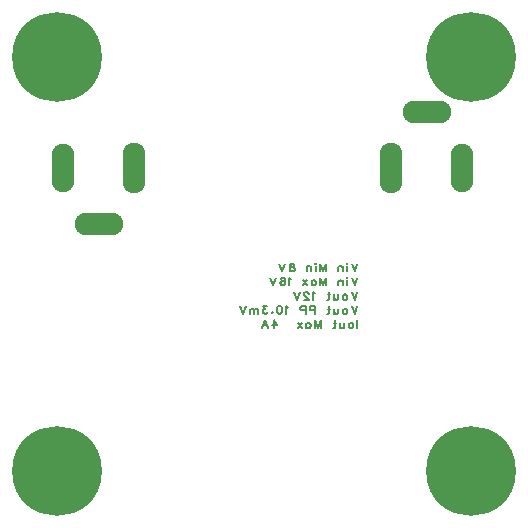
<source format=gbs>
G04 Layer: BottomSolderMaskLayer*
G04 EasyEDA Pro v2.2.43.2, 2025-10-20 22:01:10*
G04 Gerber Generator version 0.3*
G04 Scale: 100 percent, Rotated: No, Reflected: No*
G04 Dimensions in millimeters*
G04 Leading zeros omitted, absolute positions, 4 integers and 5 decimals*
G04 Generated by one-click*
%FSLAX45Y45*%
%MOMM*%
%ADD10C,0.203*%
%ADD11O,1.9016X4.30159*%
%ADD12O,1.9016X4.10159*%
%ADD13O,4.10159X1.9016*%
%ADD14C,7.6016*%
%ADD15C,0.3163*%
G75*


G04 Text Start*
G54D10*
G01X3039840Y2252282D02*
G01X3014948Y2187004D01*
G01X2990056Y2252282D02*
G01X3014948Y2187004D01*
G01X2954750Y2252282D02*
G01X2951702Y2249234D01*
G01X2948654Y2252282D01*
G01X2951702Y2255584D01*
G01X2954750Y2252282D01*
G01X2951702Y2230692D02*
G01X2951702Y2187004D01*
G01X2913348Y2230692D02*
G01X2913348Y2187004D01*
G01X2913348Y2217992D02*
G01X2903950Y2227390D01*
G01X2897854Y2230692D01*
G01X2888456Y2230692D01*
G01X2882360Y2227390D01*
G01X2879058Y2217992D01*
G01X2879058Y2187004D01*
G01X2773902Y2252282D02*
G01X2773902Y2187004D01*
G01X2773902Y2252282D02*
G01X2749010Y2187004D01*
G01X2724118Y2252282D02*
G01X2749010Y2187004D01*
G01X2724118Y2252282D02*
G01X2724118Y2187004D01*
G01X2688812Y2252282D02*
G01X2685764Y2249234D01*
G01X2682716Y2252282D01*
G01X2685764Y2255584D01*
G01X2688812Y2252282D01*
G01X2685764Y2230692D02*
G01X2685764Y2187004D01*
G01X2647410Y2230692D02*
G01X2647410Y2187004D01*
G01X2647410Y2217992D02*
G01X2638012Y2227390D01*
G01X2631916Y2230692D01*
G01X2622518Y2230692D01*
G01X2616422Y2227390D01*
G01X2613120Y2217992D01*
G01X2613120Y2187004D01*
G01X2492470Y2252282D02*
G01X2501868Y2249234D01*
G01X2504916Y2243138D01*
G01X2504916Y2236788D01*
G01X2501868Y2230692D01*
G01X2495518Y2227390D01*
G01X2483072Y2224342D01*
G01X2473928Y2221294D01*
G01X2467578Y2214944D01*
G01X2464530Y2208848D01*
G01X2464530Y2199450D01*
G01X2467578Y2193100D01*
G01X2470626Y2190052D01*
G01X2480024Y2187004D01*
G01X2492470Y2187004D01*
G01X2501868Y2190052D01*
G01X2504916Y2193100D01*
G01X2507964Y2199450D01*
G01X2507964Y2208848D01*
G01X2504916Y2214944D01*
G01X2498820Y2221294D01*
G01X2489422Y2224342D01*
G01X2476976Y2227390D01*
G01X2470626Y2230692D01*
G01X2467578Y2236788D01*
G01X2467578Y2243138D01*
G01X2470626Y2249234D01*
G01X2480024Y2252282D01*
G01X2492470Y2252282D01*
G01X2429224Y2252282D02*
G01X2404332Y2187004D01*
G01X2379440Y2252282D02*
G01X2404332Y2187004D01*
G01X3039840Y2132394D02*
G01X3014948Y2066862D01*
G01X2990056Y2132394D02*
G01X3014948Y2066862D01*
G01X2954750Y2132394D02*
G01X2951702Y2129346D01*
G01X2948654Y2132394D01*
G01X2951702Y2135442D01*
G01X2954750Y2132394D01*
G01X2951702Y2110550D02*
G01X2951702Y2066862D01*
G01X2913348Y2110550D02*
G01X2913348Y2066862D01*
G01X2913348Y2098104D02*
G01X2903950Y2107502D01*
G01X2897854Y2110550D01*
G01X2888456Y2110550D01*
G01X2882360Y2107502D01*
G01X2879058Y2098104D01*
G01X2879058Y2066862D01*
G01X2773902Y2132394D02*
G01X2773902Y2066862D01*
G01X2773902Y2132394D02*
G01X2749010Y2066862D01*
G01X2724118Y2132394D02*
G01X2749010Y2066862D01*
G01X2724118Y2132394D02*
G01X2724118Y2066862D01*
G01X2651474Y2110550D02*
G01X2651474Y2066862D01*
G01X2651474Y2101152D02*
G01X2657824Y2107502D01*
G01X2663920Y2110550D01*
G01X2673318Y2110550D01*
G01X2679414Y2107502D01*
G01X2685764Y2101152D01*
G01X2688812Y2092008D01*
G01X2688812Y2085658D01*
G01X2685764Y2076260D01*
G01X2679414Y2070164D01*
G01X2673318Y2066862D01*
G01X2663920Y2066862D01*
G01X2657824Y2070164D01*
G01X2651474Y2076260D01*
G01X2616168Y2110550D02*
G01X2581878Y2066862D01*
G01X2581878Y2110550D02*
G01X2616168Y2066862D01*
G01X2476722Y2119948D02*
G01X2470626Y2122996D01*
G01X2461228Y2132394D01*
G01X2461228Y2066862D01*
G01X2388584Y2122996D02*
G01X2391632Y2129346D01*
G01X2401030Y2132394D01*
G01X2407380Y2132394D01*
G01X2416524Y2129346D01*
G01X2422874Y2119948D01*
G01X2425922Y2104454D01*
G01X2425922Y2088706D01*
G01X2422874Y2076260D01*
G01X2416524Y2070164D01*
G01X2407380Y2066862D01*
G01X2404078Y2066862D01*
G01X2394934Y2070164D01*
G01X2388584Y2076260D01*
G01X2385536Y2085658D01*
G01X2385536Y2088706D01*
G01X2388584Y2098104D01*
G01X2394934Y2104454D01*
G01X2404078Y2107502D01*
G01X2407380Y2107502D01*
G01X2416524Y2104454D01*
G01X2422874Y2098104D01*
G01X2425922Y2088706D01*
G01X2350230Y2132394D02*
G01X2325338Y2066862D01*
G01X2300446Y2132394D02*
G01X2325338Y2066862D01*
G01X3039840Y2012506D02*
G01X3014948Y1946974D01*
G01X2990056Y2012506D02*
G01X3014948Y1946974D01*
G01X2939256Y1990662D02*
G01X2945352Y1987360D01*
G01X2951702Y1981264D01*
G01X2954750Y1971866D01*
G01X2954750Y1965770D01*
G01X2951702Y1956372D01*
G01X2945352Y1950022D01*
G01X2939256Y1946974D01*
G01X2929858Y1946974D01*
G01X2923762Y1950022D01*
G01X2917412Y1956372D01*
G01X2914364Y1965770D01*
G01X2914364Y1971866D01*
G01X2917412Y1981264D01*
G01X2923762Y1987360D01*
G01X2929858Y1990662D01*
G01X2939256Y1990662D01*
G01X2879058Y1990662D02*
G01X2879058Y1959420D01*
G01X2876010Y1950022D01*
G01X2869660Y1946974D01*
G01X2860516Y1946974D01*
G01X2854166Y1950022D01*
G01X2844768Y1959420D01*
G01X2844768Y1990662D02*
G01X2844768Y1946974D01*
G01X2800064Y2012506D02*
G01X2800064Y1959420D01*
G01X2797016Y1950022D01*
G01X2790920Y1946974D01*
G01X2784570Y1946974D01*
G01X2809462Y1990662D02*
G01X2787618Y1990662D01*
G01X2679414Y1999806D02*
G01X2673318Y2003108D01*
G01X2663920Y2012506D01*
G01X2663920Y1946974D01*
G01X2625566Y1996758D02*
G01X2625566Y1999806D01*
G01X2622518Y2006156D01*
G01X2619216Y2009204D01*
G01X2613120Y2012506D01*
G01X2600674Y2012506D01*
G01X2594324Y2009204D01*
G01X2591276Y2006156D01*
G01X2588228Y1999806D01*
G01X2588228Y1993710D01*
G01X2591276Y1987360D01*
G01X2597626Y1978216D01*
G01X2628614Y1946974D01*
G01X2584926Y1946974D01*
G01X2549620Y2012506D02*
G01X2524728Y1946974D01*
G01X2499836Y2012506D02*
G01X2524728Y1946974D01*
G01X3039840Y1892364D02*
G01X3014948Y1827086D01*
G01X2990056Y1892364D02*
G01X3014948Y1827086D01*
G01X2939256Y1870520D02*
G01X2945352Y1867472D01*
G01X2951702Y1861122D01*
G01X2954750Y1851978D01*
G01X2954750Y1845628D01*
G01X2951702Y1836230D01*
G01X2945352Y1830134D01*
G01X2939256Y1827086D01*
G01X2929858Y1827086D01*
G01X2923762Y1830134D01*
G01X2917412Y1836230D01*
G01X2914364Y1845628D01*
G01X2914364Y1851978D01*
G01X2917412Y1861122D01*
G01X2923762Y1867472D01*
G01X2929858Y1870520D01*
G01X2939256Y1870520D01*
G01X2879058Y1870520D02*
G01X2879058Y1839532D01*
G01X2876010Y1830134D01*
G01X2869660Y1827086D01*
G01X2860516Y1827086D01*
G01X2854166Y1830134D01*
G01X2844768Y1839532D01*
G01X2844768Y1870520D02*
G01X2844768Y1827086D01*
G01X2800064Y1892364D02*
G01X2800064Y1839532D01*
G01X2797016Y1830134D01*
G01X2790920Y1827086D01*
G01X2784570Y1827086D01*
G01X2809462Y1870520D02*
G01X2787618Y1870520D01*
G01X2679414Y1892364D02*
G01X2679414Y1827086D01*
G01X2679414Y1892364D02*
G01X2651474Y1892364D01*
G01X2642076Y1889316D01*
G01X2639028Y1886268D01*
G01X2635980Y1879918D01*
G01X2635980Y1870520D01*
G01X2639028Y1864424D01*
G01X2642076Y1861122D01*
G01X2651474Y1858074D01*
G01X2679414Y1858074D01*
G01X2600674Y1892364D02*
G01X2600674Y1827086D01*
G01X2600674Y1892364D02*
G01X2572734Y1892364D01*
G01X2563336Y1889316D01*
G01X2560288Y1886268D01*
G01X2556986Y1879918D01*
G01X2556986Y1870520D01*
G01X2560288Y1864424D01*
G01X2563336Y1861122D01*
G01X2572734Y1858074D01*
G01X2600674Y1858074D01*
G01X2451830Y1879918D02*
G01X2445734Y1882966D01*
G01X2436336Y1892364D01*
G01X2436336Y1827086D01*
G01X2382488Y1892364D02*
G01X2391632Y1889316D01*
G01X2397982Y1879918D01*
G01X2401030Y1864424D01*
G01X2401030Y1855026D01*
G01X2397982Y1839532D01*
G01X2391632Y1830134D01*
G01X2382488Y1827086D01*
G01X2376138Y1827086D01*
G01X2366740Y1830134D01*
G01X2360644Y1839532D01*
G01X2357342Y1855026D01*
G01X2357342Y1864424D01*
G01X2360644Y1879918D01*
G01X2366740Y1889316D01*
G01X2376138Y1892364D01*
G01X2382488Y1892364D01*
G01X2318988Y1842580D02*
G01X2322036Y1839532D01*
G01X2318988Y1836230D01*
G01X2315940Y1839532D01*
G01X2318988Y1842580D01*
G01X2274538Y1892364D02*
G01X2240248Y1892364D01*
G01X2258790Y1867472D01*
G01X2249646Y1867472D01*
G01X2243296Y1864424D01*
G01X2240248Y1861122D01*
G01X2236946Y1851978D01*
G01X2236946Y1845628D01*
G01X2240248Y1836230D01*
G01X2246344Y1830134D01*
G01X2255742Y1827086D01*
G01X2265140Y1827086D01*
G01X2274538Y1830134D01*
G01X2277586Y1833182D01*
G01X2280634Y1839532D01*
G01X2201640Y1870520D02*
G01X2201640Y1827086D01*
G01X2201640Y1858074D02*
G01X2192242Y1867472D01*
G01X2186146Y1870520D01*
G01X2176748Y1870520D01*
G01X2170652Y1867472D01*
G01X2167350Y1858074D01*
G01X2167350Y1827086D01*
G01X2167350Y1858074D02*
G01X2157952Y1867472D01*
G01X2151856Y1870520D01*
G01X2142458Y1870520D01*
G01X2136362Y1867472D01*
G01X2133060Y1858074D01*
G01X2133060Y1827086D01*
G01X2097754Y1892364D02*
G01X2072862Y1827086D01*
G01X2047970Y1892364D02*
G01X2072862Y1827086D01*
G01X3039840Y1772476D02*
G01X3039840Y1706944D01*
G01X2989040Y1750632D02*
G01X2995136Y1747584D01*
G01X3001486Y1741234D01*
G01X3004534Y1731836D01*
G01X3004534Y1725740D01*
G01X3001486Y1716342D01*
G01X2995136Y1709992D01*
G01X2989040Y1706944D01*
G01X2979642Y1706944D01*
G01X2973546Y1709992D01*
G01X2967196Y1716342D01*
G01X2964148Y1725740D01*
G01X2964148Y1731836D01*
G01X2967196Y1741234D01*
G01X2973546Y1747584D01*
G01X2979642Y1750632D01*
G01X2989040Y1750632D01*
G01X2928842Y1750632D02*
G01X2928842Y1719390D01*
G01X2925794Y1709992D01*
G01X2919444Y1706944D01*
G01X2910300Y1706944D01*
G01X2903950Y1709992D01*
G01X2894552Y1719390D01*
G01X2894552Y1750632D02*
G01X2894552Y1706944D01*
G01X2849848Y1772476D02*
G01X2849848Y1719390D01*
G01X2846800Y1709992D01*
G01X2840704Y1706944D01*
G01X2834354Y1706944D01*
G01X2859246Y1750632D02*
G01X2837402Y1750632D01*
G01X2729198Y1772476D02*
G01X2729198Y1706944D01*
G01X2729198Y1772476D02*
G01X2704306Y1706944D01*
G01X2679414Y1772476D02*
G01X2704306Y1706944D01*
G01X2679414Y1772476D02*
G01X2679414Y1706944D01*
G01X2606770Y1750632D02*
G01X2606770Y1706944D01*
G01X2606770Y1741234D02*
G01X2613120Y1747584D01*
G01X2619216Y1750632D01*
G01X2628614Y1750632D01*
G01X2634710Y1747584D01*
G01X2641060Y1741234D01*
G01X2644108Y1731836D01*
G01X2644108Y1725740D01*
G01X2641060Y1716342D01*
G01X2634710Y1709992D01*
G01X2628614Y1706944D01*
G01X2619216Y1706944D01*
G01X2613120Y1709992D01*
G01X2606770Y1716342D01*
G01X2571464Y1750632D02*
G01X2537174Y1706944D01*
G01X2537174Y1750632D02*
G01X2571464Y1706944D01*
G01X2331180Y1772476D02*
G01X2362422Y1728788D01*
G01X2315686Y1728788D01*
G01X2331180Y1772476D02*
G01X2331180Y1706944D01*
G01X2255488Y1772476D02*
G01X2280380Y1706944D01*
G01X2255488Y1772476D02*
G01X2230596Y1706944D01*
G01X2270982Y1728788D02*
G01X2239994Y1728788D01*
G04 Text End*

G04 Pad Start*
G54D11*
G01X1149999Y3060166D03*
G54D12*
G01X550001Y3060166D03*
G54D13*
G01X849975Y2589834D03*
G54D11*
G01X3325001Y3064834D03*
G54D12*
G01X3925000Y3064834D03*
G54D13*
G01X3625026Y3535166D03*
G54D14*
G01X500000Y500000D03*
G01X500000Y4000000D03*
G01X4000000Y4000000D03*
G01X4000000Y500000D03*
G04 Pad End*

M02*


</source>
